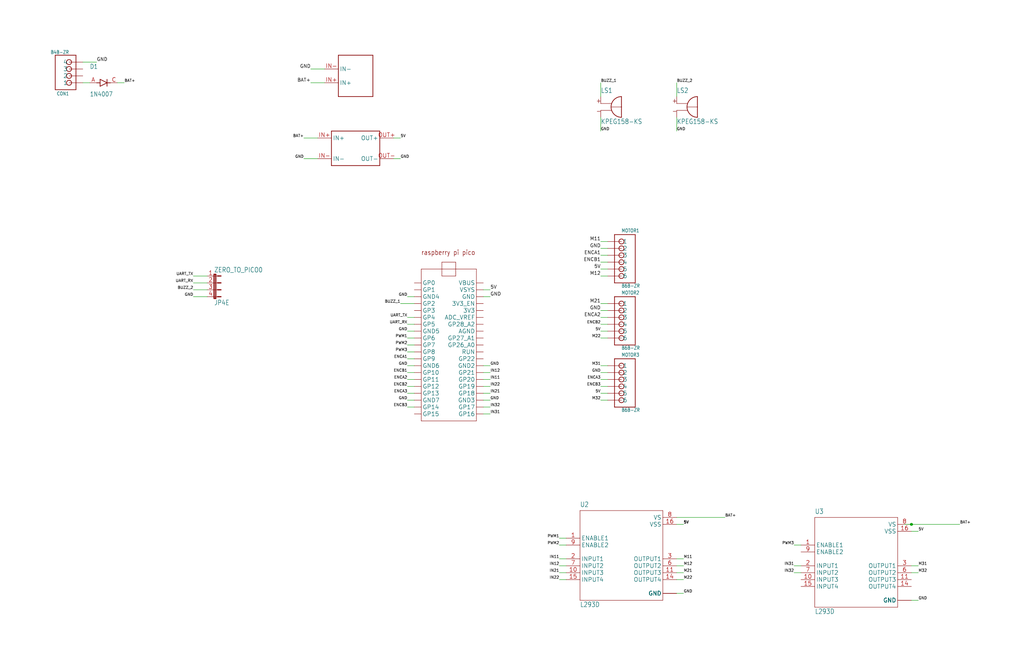
<source format=kicad_sch>
(kicad_sch (version 20250114) (generator "eeschema") (generator_version "9.0")
  (paper "User" 376.707 246.304)
  (lib_symbols
    (symbol "Drive_unit-eagle-import:1N4007_1N4007"
      (property "Reference" "D" (at -5.086 5.086 0))
      (symbol "1N4007_1N4007_1_0"
        (polyline (pts (xy -2.54 0) (xy -1.27 0)) (stroke (width 0.254)))
        (polyline (pts (xy -1.27 1.27) (xy -1.27 0)) (stroke (width 0.254)))
        (polyline (pts (xy -1.27 0) (xy -1.27 -1.27)) (stroke (width 0.254)))
        (polyline (pts (xy -1.27 -1.27) (xy 1.27 0)) (stroke (width 0.254)))
        (polyline (pts (xy 1.27 1.27) (xy 1.27 0)) (stroke (width 0.254)))
        (polyline (pts (xy 1.27 0) (xy -1.27 1.27)) (stroke (width 0.254)))
        (polyline (pts (xy 1.27 0) (xy 1.27 -1.27)) (stroke (width 0.254)))
        (polyline (pts (xy 1.27 0) (xy 2.54 0)) (stroke (width 0.254)))
        (pin passive line (at -5.08 0 0) (length 2.54) (name "A") (number "A"))
        (pin passive line (at 5.08 0 180) (length 2.54) (name "C") (number "C"))
      )
    )
    (symbol "Drive_unit-eagle-import:KPEG158-KS_KPEG158-KS"
      (property "Reference" "LS" (at -2.54 6.35 0))
      (symbol "KPEG158-KS_KPEG158-KS_1_0"
        (polyline (pts (xy -2.54 2.54) (xy 1.397 2.54)) (stroke (width 0.1524)))
        (polyline (pts (xy -2.54 0) (xy 1.397 0)) (stroke (width 0.1524)))
        (polyline (pts (xy 1.27 1.27) (xy 5.08 1.27)) (stroke (width 0.1524)))
        (polyline (pts (xy 5.08 5.08) (xy 5.08 1.27)) (stroke (width 0.254)))
        (polyline (pts (xy 5.08 1.27) (xy 5.08 -2.54)) (stroke (width 0.254)))
        (arc (start 5.08 -2.54) (mid 1.27 1.27) (end 5.08 5.08) (stroke (width 0.254)))
        (text "+" (at -4.318 2.54 0) (effects (font (size 1.778 1.5113)) (justify left bottom)))
        (text "-" (at -4.318 -1.27 0) (effects (font (size 1.778 1.5113)) (justify left bottom)))
        (pin passive line (at -2.54 5.08 270) (length 2.54) (name "POS") (number "P"))
        (pin passive line (at -2.54 -2.54 90) (length 2.54) (name "NEG") (number "N"))
      )
    )
    (symbol "Drive_unit-eagle-import:L293D_L293D"
      (property "Reference" "U" (at -15.24 16.51 0))
      (symbol "L293D_L293D_1_0"
        (polyline (pts (xy -15.24 15.24) (xy 15.24 15.24)) (stroke (width 0.1524)))
        (polyline (pts (xy -15.24 -17.78) (xy -15.24 15.24)) (stroke (width 0.1524)))
        (polyline (pts (xy 15.24 15.24) (xy 15.24 -17.78)) (stroke (width 0.1524)))
        (polyline (pts (xy 15.24 -17.78) (xy -15.24 -17.78)) (stroke (width 0.1524)))
        (pin input line (at -20.32 5.08 0) (length 5.08) (name "ENABLE1") (number "1"))
        (pin input line (at -20.32 2.54 0) (length 5.08) (name "ENABLE2") (number "9"))
        (pin input line (at -20.32 -2.54 0) (length 5.08) (name "INPUT1") (number "2"))
        (pin input line (at -20.32 -5.08 0) (length 5.08) (name "INPUT2") (number "7"))
        (pin input line (at -20.32 -7.62 0) (length 5.08) (name "INPUT3") (number "10"))
        (pin input line (at -20.32 -10.16 0) (length 5.08) (name "INPUT4") (number "15"))
        (pin power_in line (at 20.32 12.7 180) (length 5.08) (name "VS") (number "8"))
        (pin power_in line (at 20.32 10.16 180) (length 5.08) (name "VSS") (number "16"))
        (pin output line (at 20.32 -2.54 180) (length 5.08) (name "OUTPUT1") (number "3"))
        (pin output line (at 20.32 -5.08 180) (length 5.08) (name "OUTPUT2") (number "6"))
        (pin output line (at 20.32 -7.62 180) (length 5.08) (name "OUTPUT3") (number "11"))
        (pin output line (at 20.32 -10.16 180) (length 5.08) (name "OUTPUT4") (number "14"))
        (pin power_in line (at 20.32 -15.24 180) (length 5.08) (name "GND") (number "12"))
        (pin power_in line (at 20.32 -15.24 180) (length 5.08) (name "GND") (number "13"))
        (pin power_in line (at 20.32 -15.24 180) (length 5.08) (name "GND") (number "4"))
        (pin power_in line (at 20.32 -15.24 180) (length 5.08) (name "GND") (number "5"))
      )
    )
    (symbol "Drive_unit-eagle-import:LM2596_module_LM2596_BUCK_MODULE"
      (symbol "LM2596_module_LM2596_BUCK_MODULE_1_0"
        (polyline (pts (xy 0 12.7) (xy 0 0)) (stroke (width 0.254)))
        (polyline (pts (xy 0 0) (xy 17.78 0)) (stroke (width 0.254)))
        (polyline (pts (xy 17.78 12.7) (xy 0 12.7)) (stroke (width 0.254)))
        (polyline (pts (xy 17.78 0) (xy 17.78 12.7)) (stroke (width 0.254)))
        (pin bidirectional line (at -5.08 10.16 0) (length 5.08) (name "IN+") (number "IN+"))
        (pin bidirectional line (at -5.08 2.54 0) (length 5.08) (name "IN-") (number "IN-"))
        (pin bidirectional line (at 22.86 10.16 180) (length 5.08) (name "OUT+") (number "OUT+"))
        (pin bidirectional line (at 22.86 2.54 180) (length 5.08) (name "OUT-") (number "OUT-"))
      )
    )
    (symbol "Drive_unit-eagle-import:RASPBERRY_PI_PICO_RASPBERRY_PI_PICO"
      (symbol "RASPBERRY_PI_PICO_RASPBERRY_PI_PICO_1_0"
        (polyline (pts (xy -7.62 25.4) (xy -7.62 -30.48)) (stroke (width 0.1524)))
        (polyline (pts (xy -7.62 -30.48) (xy 12.7 -30.48)) (stroke (width 0.1524)))
        (polyline (pts (xy 0 27.94) (xy 0 22.86)) (stroke (width 0.1524)))
        (polyline (pts (xy 0 22.86) (xy 5.08 22.86)) (stroke (width 0.1524)))
        (polyline (pts (xy 5.08 27.94) (xy 0 27.94)) (stroke (width 0.1524)))
        (polyline (pts (xy 5.08 22.86) (xy 5.08 27.94)) (stroke (width 0.1524)))
        (polyline (pts (xy 12.7 25.4) (xy -7.62 25.4)) (stroke (width 0.1524)))
        (polyline (pts (xy 12.7 -30.48) (xy 12.7 25.4)) (stroke (width 0.1524)))
        (text "raspberry pi pico" (at -7.62 30.48 0) (effects (font (size 1.778 1.5113)) (justify left bottom)))
        (pin bidirectional line (at -10.16 20.32 0) (length 2.54) (name "GP0") (number "GP0"))
        (pin bidirectional line (at -10.16 17.78 0) (length 2.54) (name "GP1") (number "GP1"))
        (pin bidirectional line (at -10.16 15.24 0) (length 2.54) (name "GND4") (number "GND4"))
        (pin bidirectional line (at -10.16 12.7 0) (length 2.54) (name "GP2") (number "GP2"))
        (pin bidirectional line (at -10.16 10.16 0) (length 2.54) (name "GP3") (number "GP3"))
        (pin bidirectional line (at -10.16 7.62 0) (length 2.54) (name "GP4") (number "GP4"))
        (pin bidirectional line (at -10.16 5.08 0) (length 2.54) (name "GP5") (number "GP5"))
        (pin bidirectional line (at -10.16 2.54 0) (length 2.54) (name "GND5") (number "GND5"))
        (pin bidirectional line (at -10.16 0 0) (length 2.54) (name "GP6") (number "GP6"))
        (pin bidirectional line (at -10.16 -2.54 0) (length 2.54) (name "GP7") (number "GP7"))
        (pin bidirectional line (at -10.16 -5.08 0) (length 2.54) (name "GP8") (number "GP8"))
        (pin bidirectional line (at -10.16 -7.62 0) (length 2.54) (name "GP9") (number "GP9"))
        (pin bidirectional line (at -10.16 -10.16 0) (length 2.54) (name "GND6") (number "GND6"))
        (pin bidirectional line (at -10.16 -12.7 0) (length 2.54) (name "GP10") (number "GP10"))
        (pin bidirectional line (at -10.16 -15.24 0) (length 2.54) (name "GP11") (number "GP11"))
        (pin bidirectional line (at -10.16 -17.78 0) (length 2.54) (name "GP12") (number "GP12"))
        (pin bidirectional line (at -10.16 -20.32 0) (length 2.54) (name "GP13") (number "GP13"))
        (pin bidirectional line (at -10.16 -22.86 0) (length 2.54) (name "GND7") (number "GND7"))
        (pin bidirectional line (at -10.16 -25.4 0) (length 2.54) (name "GP14") (number "GP14"))
        (pin bidirectional line (at -10.16 -27.94 0) (length 2.54) (name "GP15") (number "GP15"))
        (pin bidirectional line (at 15.24 20.32 180) (length 2.54) (name "VBUS") (number "VBUS"))
        (pin bidirectional line (at 15.24 17.78 180) (length 2.54) (name "VSYS") (number "VSYS"))
        (pin bidirectional line (at 15.24 15.24 180) (length 2.54) (name "GND") (number "GND"))
        (pin bidirectional line (at 15.24 12.7 180) (length 2.54) (name "3V3_EN") (number "3V3_EN"))
        (pin bidirectional line (at 15.24 10.16 180) (length 2.54) (name "3V3") (number "3V3"))
        (pin bidirectional line (at 15.24 7.62 180) (length 2.54) (name "ADC_VREF") (number "ADC_VREF"))
        (pin bidirectional line (at 15.24 5.08 180) (length 2.54) (name "GP28_A2") (number "GP28_A2"))
        (pin bidirectional line (at 15.24 2.54 180) (length 2.54) (name "AGND") (number "AGND"))
        (pin bidirectional line (at 15.24 0 180) (length 2.54) (name "GP27_A1") (number "GP27_A1"))
        (pin bidirectional line (at 15.24 -2.54 180) (length 2.54) (name "GP26_A0") (number "GP26_A0"))
        (pin bidirectional line (at 15.24 -5.08 180) (length 2.54) (name "RUN") (number "RUN"))
        (pin bidirectional line (at 15.24 -7.62 180) (length 2.54) (name "GP22") (number "GP22"))
        (pin bidirectional line (at 15.24 -10.16 180) (length 2.54) (name "GND2") (number "GND2"))
        (pin bidirectional line (at 15.24 -12.7 180) (length 2.54) (name "GP21") (number "GP21"))
        (pin bidirectional line (at 15.24 -15.24 180) (length 2.54) (name "GP20") (number "GP20"))
        (pin bidirectional line (at 15.24 -17.78 180) (length 2.54) (name "GP19") (number "GP19"))
        (pin bidirectional line (at 15.24 -20.32 180) (length 2.54) (name "GP18") (number "GP18"))
        (pin bidirectional line (at 15.24 -22.86 180) (length 2.54) (name "GND3") (number "GND3"))
        (pin bidirectional line (at 15.24 -25.4 180) (length 2.54) (name "GP17") (number "GP17"))
        (pin bidirectional line (at 15.24 -27.94 180) (length 2.54) (name "GP16") (number "GP16"))
      )
    )
    (symbol "Drive_unit-eagle-import:USB_BUCK_USB_BUCK"
      (symbol "USB_BUCK_USB_BUCK_1_0"
        (polyline (pts (xy 0 15.24) (xy 12.7 15.24)) (stroke (width 0.254)))
        (polyline (pts (xy 0 0) (xy 0 15.24)) (stroke (width 0.254)))
        (polyline (pts (xy 12.7 15.24) (xy 12.7 0)) (stroke (width 0.254)))
        (polyline (pts (xy 12.7 0) (xy 0 0)) (stroke (width 0.254)))
        (pin bidirectional line (at -5.08 10.16 0) (length 5.08) (name "IN-") (number "IN-"))
        (pin bidirectional line (at -5.08 5.08 0) (length 5.08) (name "IN+") (number "IN+"))
      )
    )
    (symbol "Drive_unit-eagle-import:jst_B4B-ZR"
      (property "Reference" "CON" (at -2.54 5.842 0))
      (symbol "jst_B4B-ZR_1_0"
        (polyline (pts (xy -5.08 5.08) (xy 2.54 5.08)) (stroke (width 0.254)))
        (polyline (pts (xy -5.08 -7.62) (xy -5.08 5.08)) (stroke (width 0.254)))
        (circle (center -2.54 2.54) (radius 0.9158) (stroke (width 0.254)))
        (circle (center -2.54 0) (radius 0.9158) (stroke (width 0.254)))
        (circle (center -2.54 -2.54) (radius 0.9158) (stroke (width 0.254)))
        (circle (center -2.54 -5.08) (radius 0.9158) (stroke (width 0.254)))
        (polyline (pts (xy 2.54 5.08) (xy 2.54 -7.62)) (stroke (width 0.254)))
        (polyline (pts (xy 2.54 -7.62) (xy -5.08 -7.62)) (stroke (width 0.254)))
        (pin bidirectional line (at -7.62 2.54 0) (length 5.08) (name "1") (number "1"))
        (pin bidirectional line (at -7.62 0 0) (length 5.08) (name "2") (number "2"))
        (pin bidirectional line (at -7.62 -2.54 0) (length 5.08) (name "3") (number "3"))
        (pin bidirectional line (at -7.62 -5.08 0) (length 5.08) (name "4") (number "4"))
      )
    )
    (symbol "Drive_unit-eagle-import:jst_B6B-ZR"
      (property "Reference" "CON" (at 0 3.302 0))
      (symbol "jst_B6B-ZR_1_0"
        (polyline (pts (xy -2.54 2.54) (xy 5.08 2.54)) (stroke (width 0.254)))
        (polyline (pts (xy -2.54 -15.24) (xy -2.54 2.54)) (stroke (width 0.254)))
        (circle (center 0 0) (radius 0.9158) (stroke (width 0.254)))
        (circle (center 0 -2.54) (radius 0.9158) (stroke (width 0.254)))
        (circle (center 0 -5.08) (radius 0.9158) (stroke (width 0.254)))
        (circle (center 0 -7.62) (radius 0.9158) (stroke (width 0.254)))
        (circle (center 0 -10.16) (radius 0.9158) (stroke (width 0.254)))
        (circle (center 0 -12.7) (radius 0.9158) (stroke (width 0.254)))
        (polyline (pts (xy 5.08 2.54) (xy 5.08 -15.24)) (stroke (width 0.254)))
        (polyline (pts (xy 5.08 -15.24) (xy -2.54 -15.24)) (stroke (width 0.254)))
        (pin bidirectional line (at -5.08 0 0) (length 5.08) (name "1") (number "1"))
        (pin bidirectional line (at -5.08 -2.54 0) (length 5.08) (name "2") (number "2"))
        (pin bidirectional line (at -5.08 -5.08 0) (length 5.08) (name "3") (number "3"))
        (pin bidirectional line (at -5.08 -7.62 0) (length 5.08) (name "4") (number "4"))
        (pin bidirectional line (at -5.08 -10.16 0) (length 5.08) (name "5") (number "5"))
        (pin bidirectional line (at -5.08 -12.7 0) (length 5.08) (name "6") (number "6"))
      )
    )
    (symbol "Drive_unit-eagle-import:jumper_252_JP4E"
      (property "Reference" "JP" (at -3.81 0 90))
      (symbol "jumper_252_JP4E_1_0"
        (polyline (pts (xy -3.175 0.635) (xy -3.175 0)) (stroke (width 0.4064)))
        (polyline (pts (xy -3.175 0) (xy 5.08 0)) (stroke (width 0.4064)))
        (polyline (pts (xy -2.54 2.54) (xy -2.54 1.27)) (stroke (width 0.4064)))
        (polyline (pts (xy -2.54 0) (xy -2.54 1.27)) (stroke (width 0.1524)))
        (polyline (pts (xy 0 2.54) (xy 0 1.27)) (stroke (width 0.4064)))
        (polyline (pts (xy 0 0) (xy 0 1.27)) (stroke (width 0.1524)))
        (polyline (pts (xy 2.54 2.54) (xy 2.54 1.27)) (stroke (width 0.4064)))
        (polyline (pts (xy 2.54 0) (xy 2.54 1.27)) (stroke (width 0.1524)))
        (polyline (pts (xy 5.08 2.54) (xy 5.08 1.27)) (stroke (width 0.4064)))
        (polyline (pts (xy 5.08 0) (xy 5.08 1.27)) (stroke (width 0.1524)))
        (polyline (pts (xy 5.08 0) (xy 5.715 0)) (stroke (width 0.4064)))
        (polyline (pts (xy 5.715 0.635) (xy -3.175 0.635)) (stroke (width 0.4064)))
        (polyline (pts (xy 5.715 0) (xy 5.715 0.635)) (stroke (width 0.4064)))
        (pin passive line (at -2.54 -2.54 90) (length 2.54) (name "1") (number "1"))
        (pin passive line (at 0 -2.54 90) (length 2.54) (name "2") (number "2"))
        (pin passive line (at 2.54 -2.54 90) (length 2.54) (name "3") (number "3"))
        (pin passive line (at 5.08 -2.54 90) (length 2.54) (name "4") (number "4"))
      )
    )
  )
  (junction (at 335.28 193.04))
  (wire (pts (xy 223.52 96.52) (xy 220.98 96.52)) (stroke (width 0.1524)))
  (wire (pts (xy 152.4 134.62) (xy 149.86 134.62)) (stroke (width 0.1524)))
  (wire (pts (xy 152.4 124.46) (xy 149.86 124.46)) (stroke (width 0.1524)))
  (wire (pts (xy 248.92 210.82) (xy 251.46 210.82)) (stroke (width 0.1524)))
  (wire (pts (xy 177.8 142.24) (xy 180.34 142.24)) (stroke (width 0.1524)))
  (wire (pts (xy 119.38 25.4) (xy 114.3 25.4)) (stroke (width 0.1524)))
  (wire (pts (xy 208.28 205.74) (xy 205.74 205.74)) (stroke (width 0.1524)))
  (wire (pts (xy 294.64 208.28) (xy 292.1 208.28)) (stroke (width 0.1524)))
  (wire (pts (xy 76.2 106.68) (xy 71.12 106.68)) (stroke (width 0.1524)))
  (wire (pts (xy 116.84 58.42) (xy 111.76 58.42)) (stroke (width 0.1524)))
  (wire (pts (xy 177.8 152.4) (xy 180.34 152.4)) (stroke (width 0.1524)))
  (wire (pts (xy 152.4 127) (xy 149.86 127)) (stroke (width 0.1524)))
  (wire (pts (xy 335.28 193.04) (xy 353.06 193.04)) (stroke (width 0.1524)))
  (wire (pts (xy 223.52 99.06) (xy 220.98 99.06)) (stroke (width 0.1524)))
  (wire (pts (xy 223.52 137.16) (xy 220.98 137.16)) (stroke (width 0.1524)))
  (wire (pts (xy 223.52 88.9) (xy 220.98 88.9)) (stroke (width 0.1524)))
  (wire (pts (xy 152.4 149.86) (xy 149.86 149.86)) (stroke (width 0.1524)))
  (wire (pts (xy 152.4 139.7) (xy 149.86 139.7)) (stroke (width 0.1524)))
  (wire (pts (xy 144.78 50.8) (xy 147.32 50.8)) (stroke (width 0.1524)))
  (wire (pts (xy 76.2 101.6) (xy 71.12 101.6)) (stroke (width 0.1524)))
  (wire (pts (xy 177.8 144.78) (xy 180.34 144.78)) (stroke (width 0.1524)))
  (wire (pts (xy 248.92 218.44) (xy 251.46 218.44)) (stroke (width 0.1524)))
  (wire (pts (xy 152.4 121.92) (xy 149.86 121.92)) (stroke (width 0.1524)))
  (wire (pts (xy 223.52 121.92) (xy 220.98 121.92)) (stroke (width 0.1524)))
  (wire (pts (xy 177.8 149.86) (xy 180.34 149.86)) (stroke (width 0.1524)))
  (wire (pts (xy 208.28 210.82) (xy 205.74 210.82)) (stroke (width 0.1524)))
  (wire (pts (xy 208.28 200.66) (xy 205.74 200.66)) (stroke (width 0.1524)))
  (wire (pts (xy 248.92 205.74) (xy 251.46 205.74)) (stroke (width 0.1524)))
  (wire (pts (xy 152.4 119.38) (xy 149.86 119.38)) (stroke (width 0.1524)))
  (wire (pts (xy 208.28 198.12) (xy 205.74 198.12)) (stroke (width 0.1524)))
  (wire (pts (xy 30.48 30.48) (xy 33.02 30.48)) (stroke (width 0.1524)))
  (wire (pts (xy 223.52 101.6) (xy 220.98 101.6)) (stroke (width 0.1524)))
  (wire (pts (xy 248.92 35.56) (xy 248.92 30.48)) (stroke (width 0.1524)))
  (wire (pts (xy 152.4 116.84) (xy 149.86 116.84)) (stroke (width 0.1524)))
  (wire (pts (xy 152.4 144.78) (xy 149.86 144.78)) (stroke (width 0.1524)))
  (wire (pts (xy 223.52 124.46) (xy 220.98 124.46)) (stroke (width 0.1524)))
  (wire (pts (xy 208.28 208.28) (xy 205.74 208.28)) (stroke (width 0.1524)))
  (wire (pts (xy 223.52 91.44) (xy 220.98 91.44)) (stroke (width 0.1524)))
  (wire (pts (xy 223.52 147.32) (xy 220.98 147.32)) (stroke (width 0.1524)))
  (wire (pts (xy 223.52 142.24) (xy 220.98 142.24)) (stroke (width 0.1524)))
  (wire (pts (xy 152.4 142.24) (xy 149.86 142.24)) (stroke (width 0.1524)))
  (wire (pts (xy 335.28 220.98) (xy 337.82 220.98)) (stroke (width 0.1524)))
  (wire (pts (xy 152.4 129.54) (xy 149.86 129.54)) (stroke (width 0.1524)))
  (wire (pts (xy 223.52 119.38) (xy 220.98 119.38)) (stroke (width 0.1524)))
  (wire (pts (xy 248.92 213.36) (xy 251.46 213.36)) (stroke (width 0.1524)))
  (wire (pts (xy 248.92 193.04) (xy 251.46 193.04)) (stroke (width 0.1524)))
  (wire (pts (xy 116.84 50.8) (xy 111.76 50.8)) (stroke (width 0.1524)))
  (wire (pts (xy 152.4 111.76) (xy 147.32 111.76)) (stroke (width 0.1524)))
  (wire (pts (xy 177.8 147.32) (xy 180.34 147.32)) (stroke (width 0.1524)))
  (wire (pts (xy 119.38 30.48) (xy 114.3 30.48)) (stroke (width 0.1524)))
  (wire (pts (xy 294.64 210.82) (xy 292.1 210.82)) (stroke (width 0.1524)))
  (wire (pts (xy 177.8 134.62) (xy 180.34 134.62)) (stroke (width 0.1524)))
  (wire (pts (xy 294.64 200.66) (xy 292.1 200.66)) (stroke (width 0.1524)))
  (wire (pts (xy 152.4 132.08) (xy 149.86 132.08)) (stroke (width 0.1524)))
  (wire (pts (xy 223.52 111.76) (xy 220.98 111.76)) (stroke (width 0.1524)))
  (wire (pts (xy 220.98 43.18) (xy 220.98 48.26)) (stroke (width 0.1524)))
  (wire (pts (xy 177.8 106.68) (xy 180.34 106.68)) (stroke (width 0.1524)))
  (wire (pts (xy 335.28 208.28) (xy 337.82 208.28)) (stroke (width 0.1524)))
  (wire (pts (xy 335.28 195.58) (xy 337.82 195.58)) (stroke (width 0.1524)))
  (wire (pts (xy 30.48 22.86) (xy 35.56 22.86)) (stroke (width 0.1524)))
  (wire (pts (xy 144.78 58.42) (xy 147.32 58.42)) (stroke (width 0.1524)))
  (wire (pts (xy 223.52 93.98) (xy 220.98 93.98)) (stroke (width 0.1524)))
  (wire (pts (xy 220.98 35.56) (xy 220.98 30.48)) (stroke (width 0.1524)))
  (wire (pts (xy 177.8 139.7) (xy 180.34 139.7)) (stroke (width 0.1524)))
  (wire (pts (xy 223.52 114.3) (xy 220.98 114.3)) (stroke (width 0.1524)))
  (wire (pts (xy 152.4 137.16) (xy 149.86 137.16)) (stroke (width 0.1524)))
  (wire (pts (xy 248.92 43.18) (xy 248.92 48.26)) (stroke (width 0.1524)))
  (wire (pts (xy 208.28 213.36) (xy 205.74 213.36)) (stroke (width 0.1524)))
  (wire (pts (xy 223.52 144.78) (xy 220.98 144.78)) (stroke (width 0.1524)))
  (wire (pts (xy 223.52 134.62) (xy 220.98 134.62)) (stroke (width 0.1524)))
  (wire (pts (xy 177.8 109.22) (xy 180.34 109.22)) (stroke (width 0.1524)))
  (wire (pts (xy 223.52 116.84) (xy 220.98 116.84)) (stroke (width 0.1524)))
  (wire (pts (xy 43.18 30.48) (xy 45.72 30.48)) (stroke (width 0.1524)))
  (wire (pts (xy 76.2 109.22) (xy 71.12 109.22)) (stroke (width 0.1524)))
  (wire (pts (xy 248.92 208.28) (xy 251.46 208.28)) (stroke (width 0.1524)))
  (wire (pts (xy 76.2 104.14) (xy 71.12 104.14)) (stroke (width 0.1524)))
  (wire (pts (xy 248.92 190.5) (xy 266.7 190.5)) (stroke (width 0.1524)))
  (wire (pts (xy 332.74 193.04) (xy 335.28 193.04)) (stroke (width 0.1524)))
  (wire (pts (xy 223.52 139.7) (xy 220.98 139.7)) (stroke (width 0.1524)))
  (wire (pts (xy 177.8 137.16) (xy 180.34 137.16)) (stroke (width 0.1524)))
  (wire (pts (xy 152.4 147.32) (xy 149.86 147.32)) (stroke (width 0.1524)))
  (wire (pts (xy 335.28 210.82) (xy 337.82 210.82)) (stroke (width 0.1524)))
  (wire (pts (xy 152.4 109.22) (xy 149.86 109.22)) (stroke (width 0.1524)))
  (label "IN11" (at 180.34 139.7 0) (effects (font (size 0.9957 0.9957))))
  (label "BUZZ_1" (at 147.32 111.76 180) (effects (font (size 0.9957 0.9957))))
  (label "5V" (at 220.98 99.06 180) (effects (font (size 1.2446 1.2446))))
  (label "GND" (at 248.92 48.26 0) (effects (font (size 0.9957 0.9957))))
  (label "IN11" (at 205.74 205.74 180) (effects (font (size 0.9957 0.9957))))
  (label "BAT+" (at 353.06 193.04 0) (effects (font (size 0.9957 0.9957))))
  (label "GND" (at 149.86 121.92 180) (effects (font (size 0.9957 0.9957))))
  (label "M22" (at 220.98 124.46 180) (effects (font (size 0.9957 0.9957))))
  (label "5V" (at 337.82 195.58 0) (effects (font (size 0.9957 0.9957))))
  (label "GND" (at 180.34 109.22 0) (effects (font (size 1.2446 1.2446))))
  (label "M21" (at 251.46 210.82 0) (effects (font (size 0.9957 0.9957))))
  (label "IN12" (at 205.74 208.28 180) (effects (font (size 0.9957 0.9957))))
  (label "M32" (at 220.98 147.32 180) (effects (font (size 0.9957 0.9957))))
  (label "PWM1" (at 205.74 198.12 180) (effects (font (size 0.9957 0.9957))))
  (label "UART_TX" (at 149.86 116.84 180) (effects (font (size 0.9957 0.9957))))
  (label "ENCA1" (at 220.98 93.98 180) (effects (font (size 1.2446 1.2446))))
  (label "ENCB1" (at 149.86 137.16 180) (effects (font (size 0.9957 0.9957))))
  (label "IN21" (at 180.34 144.78 0) (effects (font (size 0.9957 0.9957))))
  (label "5V" (at 251.46 193.04 0) (effects (font (size 0.9957 0.9957))))
  (label "5V" (at 251.46 193.04 0) (effects (font (size 0.9957 0.9957))))
  (label "M32" (at 337.82 210.82 0) (effects (font (size 0.9957 0.9957))))
  (label "M11" (at 251.46 205.74 0) (effects (font (size 0.9957 0.9957))))
  (label "GND" (at 114.3 25.4 180) (effects (font (size 1.2446 1.2446))))
  (label "ENCA1" (at 149.86 132.08 180) (effects (font (size 0.9957 0.9957))))
  (label "GND" (at 149.86 134.62 180) (effects (font (size 0.9957 0.9957))))
  (label "BAT+" (at 45.72 30.48 0) (effects (font (size 0.9957 0.9957))))
  (label "BUZZ_2" (at 71.12 106.68 180) (effects (font (size 0.9957 0.9957))))
  (label "ENCA3" (at 149.86 144.78 180) (effects (font (size 0.9957 0.9957))))
  (label "PWM1" (at 149.86 124.46 180) (effects (font (size 0.9957 0.9957))))
  (label "ENCB2" (at 149.86 142.24 180) (effects (font (size 0.9957 0.9957))))
  (label "GND" (at 180.34 147.32 0) (effects (font (size 0.9957 0.9957))))
  (label "GND" (at 149.86 147.32 180) (effects (font (size 0.9957 0.9957))))
  (label "BAT+" (at 111.76 50.8 180) (effects (font (size 0.9957 0.9957))))
  (label "GND" (at 337.82 220.98 0) (effects (font (size 0.9957 0.9957))))
  (label "IN12" (at 180.34 137.16 0) (effects (font (size 0.9957 0.9957))))
  (label "ENCA3" (at 220.98 139.7 180) (effects (font (size 0.9957 0.9957))))
  (label "ENCB3" (at 220.98 142.24 180) (effects (font (size 0.9957 0.9957))))
  (label "GND" (at 220.98 48.26 0) (effects (font (size 0.9957 0.9957))))
  (label "GND" (at 251.46 218.44 0) (effects (font (size 0.9957 0.9957))))
  (label "ENCB3" (at 149.86 149.86 180) (effects (font (size 0.9957 0.9957))))
  (label "GND" (at 35.56 22.86 0) (effects (font (size 1.2446 1.2446))))
  (label "M21" (at 220.98 111.76 180) (effects (font (size 1.2446 1.2446))))
  (label "UART_TX" (at 71.12 101.6 180) (effects (font (size 0.9957 0.9957))))
  (label "IN22" (at 205.74 213.36 180) (effects (font (size 0.9957 0.9957))))
  (label "IN22" (at 180.34 142.24 0) (effects (font (size 0.9957 0.9957))))
  (label "PWM3" (at 149.86 129.54 180) (effects (font (size 0.9957 0.9957))))
  (label "GND" (at 147.32 58.42 0) (effects (font (size 0.9957 0.9957))))
  (label "5V" (at 220.98 121.92 180) (effects (font (size 0.9957 0.9957))))
  (label "GND" (at 220.98 114.3 180) (effects (font (size 1.2446 1.2446))))
  (label "M12" (at 220.98 101.6 180) (effects (font (size 1.2446 1.2446))))
  (label "M22" (at 251.46 213.36 0) (effects (font (size 0.9957 0.9957))))
  (label "ENCB1" (at 220.98 96.52 180) (effects (font (size 1.2446 1.2446))))
  (label "M31" (at 220.98 134.62 180) (effects (font (size 0.9957 0.9957))))
  (label "UART_RX" (at 71.12 104.14 180) (effects (font (size 0.9957 0.9957))))
  (label "M31" (at 337.82 208.28 0) (effects (font (size 0.9957 0.9957))))
  (label "IN32" (at 292.1 210.82 180) (effects (font (size 0.9957 0.9957))))
  (label "GND" (at 71.12 109.22 180) (effects (font (size 0.9957 0.9957))))
  (label "GND" (at 149.86 109.22 180) (effects (font (size 0.9957 0.9957))))
  (label "BUZZ_1" (at 220.98 30.48 0) (effects (font (size 0.9957 0.9957))))
  (label "ENCB2" (at 220.98 119.38 180) (effects (font (size 0.9957 0.9957))))
  (label "IN21" (at 205.74 210.82 180) (effects (font (size 0.9957 0.9957))))
  (label "BAT+" (at 114.3 30.48 180) (effects (font (size 1.2446 1.2446))))
  (label "5V" (at 180.34 106.68 0) (effects (font (size 1.2446 1.2446))))
  (label "M11" (at 220.98 88.9 180) (effects (font (size 1.2446 1.2446))))
  (label "PWM2" (at 205.74 200.66 180) (effects (font (size 0.9957 0.9957))))
  (label "UART_RX" (at 149.86 119.38 180) (effects (font (size 0.9957 0.9957))))
  (label "PWM3" (at 292.1 200.66 180) (effects (font (size 0.9957 0.9957))))
  (label "GND" (at 180.34 134.62 0) (effects (font (size 0.9957 0.9957))))
  (label "IN31" (at 292.1 208.28 180) (effects (font (size 0.9957 0.9957))))
  (label "ENCA2" (at 149.86 139.7 180) (effects (font (size 0.9957 0.9957))))
  (label "GND" (at 220.98 137.16 180) (effects (font (size 0.9957 0.9957))))
  (label "5V" (at 220.98 144.78 180) (effects (font (size 0.9957 0.9957))))
  (label "PWM2" (at 149.86 127 180) (effects (font (size 0.9957 0.9957))))
  (label "IN31" (at 180.34 152.4 0) (effects (font (size 0.9957 0.9957))))
  (label "BAT+" (at 266.7 190.5 0) (effects (font (size 0.9957 0.9957))))
  (label "M12" (at 251.46 208.28 0) (effects (font (size 0.9957 0.9957))))
  (label "BUZZ_2" (at 248.92 30.48 0) (effects (font (size 0.9957 0.9957))))
  (label "IN32" (at 180.34 149.86 0) (effects (font (size 0.9957 0.9957))))
  (label "GND" (at 220.98 91.44 180) (effects (font (size 1.2446 1.2446))))
  (label "5V" (at 147.32 50.8 0) (effects (font (size 0.9957 0.9957))))
  (label "ENCA2" (at 220.98 116.84 180) (effects (font (size 1.2446 1.2446))))
  (label "GND" (at 111.76 58.42 180) (effects (font (size 0.9957 0.9957))))
  (symbol (lib_id "Drive_unit-eagle-import:KPEG158-KS_KPEG158-KS") (at 251.46 40.64 0) (unit 1)
    (property "Reference" "LS2" (at 248.92 34.29 0) (effects (font (size 1.778 1.5113)) (justify left bottom)))
    (property "Value" "KPEG158-KS" (at 248.92 45.72 0) (effects (font (size 1.778 1.5113)) (justify left bottom)))
    (property "Footprint" "Drive_unit:XDCR_KPEG158-KS" (effects (hide yes)))
  )
  (symbol (lib_id "Drive_unit-eagle-import:1N4007_1N4007") (at 38.1 30.48 0) (unit 1)
    (property "Reference" "D1" (at 33.014 25.394 0) (effects (font (size 1.6783 1.4265)) (justify left bottom)))
    (property "Value" "1N4007" (at 33.0136 35.5665 0) (effects (font (size 1.6785 1.4267)) (justify left bottom)))
    (property "Footprint" "Drive_unit:DIOAD1060W80L520D270" (effects (hide yes)))
  )
  (symbol (lib_id "Drive_unit-eagle-import:jst_B6B-ZR") (at 228.6 88.9 0) (unit 1)
    (property "Reference" "MOTOR1" (at 228.6 85.598 0) (effects (font (size 1.27 1.0795)) (justify left bottom)))
    (property "Value" "B6B-ZR" (at 228.6 105.918 0) (effects (font (size 1.27 1.0795)) (justify left bottom)))
    (property "Footprint" "Drive_unit:B6B-ZR" (effects (hide yes)))
  )
  (symbol (lib_id "Drive_unit-eagle-import:LM2596_module_LM2596_BUCK_MODULE") (at 121.92 60.96 0) (unit 1)
    (property "Reference" "U$3" (effects (hide yes)))
    (property "Value" "LM2596_BUCK_MODULE" (effects (hide yes)))
    (property "Footprint" "Drive_unit:LM2596_MODULE" (effects (hide yes)))
  )
  (symbol (lib_id "Drive_unit-eagle-import:jst_B6B-ZR") (at 228.6 111.76 0) (unit 1)
    (property "Reference" "MOTOR2" (at 228.6 108.458 0) (effects (font (size 1.27 1.0795)) (justify left bottom)))
    (property "Value" "B6B-ZR" (at 228.6 128.778 0) (effects (font (size 1.27 1.0795)) (justify left bottom)))
    (property "Footprint" "Drive_unit:B6B-ZR" (effects (hide yes)))
  )
  (symbol (lib_id "Drive_unit-eagle-import:KPEG158-KS_KPEG158-KS") (at 223.52 40.64 0) (unit 1)
    (property "Reference" "LS1" (at 220.98 34.29 0) (effects (font (size 1.778 1.5113)) (justify left bottom)))
    (property "Value" "KPEG158-KS" (at 220.98 45.72 0) (effects (font (size 1.778 1.5113)) (justify left bottom)))
    (property "Footprint" "Drive_unit:XDCR_KPEG158-KS" (effects (hide yes)))
  )
  (symbol (lib_id "Drive_unit-eagle-import:L293D_L293D") (at 314.96 205.74 0) (unit 1)
    (property "Reference" "U3" (at 299.72 189.23 0) (effects (font (size 1.778 1.5113)) (justify left bottom)))
    (property "Value" "L293D" (at 299.72 226.06 0) (effects (font (size 1.778 1.5113)) (justify left bottom)))
    (property "Footprint" "Drive_unit:DIP880W50P254L2000H510Q16" (effects (hide yes)))
  )
  (symbol (lib_id "Drive_unit-eagle-import:jst_B4B-ZR") (at 22.86 27.94 180) (unit 1)
    (property "Reference" "CON1" (at 25.4 33.782 0) (effects (font (size 1.27 1.0795)) (justify left bottom)))
    (property "Value" "B4B-ZR" (at 25.4 18.542 0) (effects (font (size 1.27 1.0795)) (justify left bottom)))
    (property "Footprint" "Drive_unit:B4B-ZR" (effects (hide yes)))
  )
  (symbol (lib_id "Drive_unit-eagle-import:jumper_252_JP4E") (at 78.74 104.14 270) (unit 1)
    (property "Reference" "ZERO_TO_PICO0" (at 78.74 100.33 90) (effects (font (size 1.778 1.5113)) (justify left bottom)))
    (property "Value" "JP4E" (at 78.74 112.395 90) (effects (font (size 1.778 1.5113)) (justify left bottom)))
    (property "Footprint" "Drive_unit:JP4" (effects (hide yes)))
  )
  (symbol (lib_id "Drive_unit-eagle-import:RASPBERRY_PI_PICO_RASPBERRY_PI_PICO") (at 162.56 124.46 0) (unit 1)
    (property "Reference" "SPHERO_DRIVE0" (effects (hide yes)))
    (property "Value" "RASPBERRY_PI_PICO" (effects (hide yes)))
    (property "Footprint" "Drive_unit:RASPBERRY_PI_PICO" (effects (hide yes)))
  )
  (symbol (lib_id "Drive_unit-eagle-import:jst_B6B-ZR") (at 228.6 134.62 0) (unit 1)
    (property "Reference" "MOTOR3" (at 228.6 131.318 0) (effects (font (size 1.27 1.0795)) (justify left bottom)))
    (property "Value" "B6B-ZR" (at 228.6 151.638 0) (effects (font (size 1.27 1.0795)) (justify left bottom)))
    (property "Footprint" "Drive_unit:B6B-ZR" (effects (hide yes)))
  )
  (symbol (lib_id "Drive_unit-eagle-import:L293D_L293D") (at 228.6 203.2 0) (unit 1)
    (property "Reference" "U2" (at 213.36 186.69 0) (effects (font (size 1.778 1.5113)) (justify left bottom)))
    (property "Value" "L293D" (at 213.36 223.52 0) (effects (font (size 1.778 1.5113)) (justify left bottom)))
    (property "Footprint" "Drive_unit:DIP880W50P254L2000H510Q16" (effects (hide yes)))
  )
  (symbol (lib_id "Drive_unit-eagle-import:USB_BUCK_USB_BUCK") (at 124.46 35.56 0) (unit 1)
    (property "Reference" "U$1" (effects (hide yes)))
    (property "Value" "USB_BUCK" (effects (hide yes)))
    (property "Footprint" "Drive_unit:USB_BUCK" (effects (hide yes)))
  )
)
</source>
